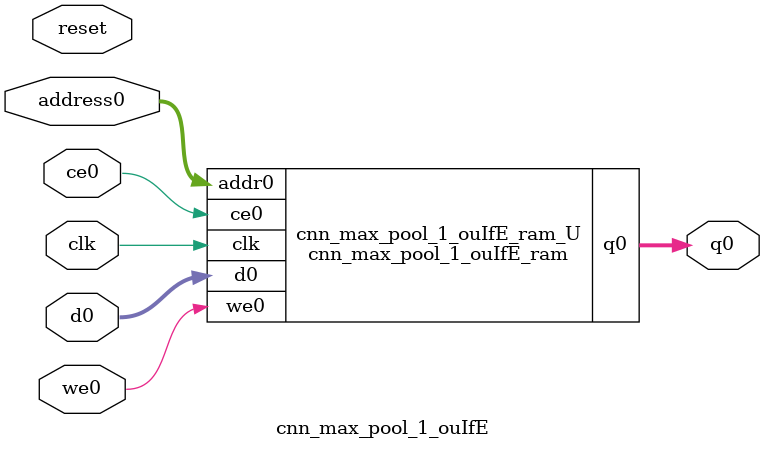
<source format=v>
`timescale 1 ns / 1 ps
module cnn_max_pool_1_ouIfE_ram (addr0, ce0, d0, we0, q0,  clk);

parameter DWIDTH = 14;
parameter AWIDTH = 10;
parameter MEM_SIZE = 1014;

input[AWIDTH-1:0] addr0;
input ce0;
input[DWIDTH-1:0] d0;
input we0;
output reg[DWIDTH-1:0] q0;
input clk;

(* ram_style = "block" *)reg [DWIDTH-1:0] ram[0:MEM_SIZE-1];




always @(posedge clk)  
begin 
    if (ce0) 
    begin
        if (we0) 
        begin 
            ram[addr0] <= d0; 
        end 
        q0 <= ram[addr0];
    end
end


endmodule

`timescale 1 ns / 1 ps
module cnn_max_pool_1_ouIfE(
    reset,
    clk,
    address0,
    ce0,
    we0,
    d0,
    q0);

parameter DataWidth = 32'd14;
parameter AddressRange = 32'd1014;
parameter AddressWidth = 32'd10;
input reset;
input clk;
input[AddressWidth - 1:0] address0;
input ce0;
input we0;
input[DataWidth - 1:0] d0;
output[DataWidth - 1:0] q0;



cnn_max_pool_1_ouIfE_ram cnn_max_pool_1_ouIfE_ram_U(
    .clk( clk ),
    .addr0( address0 ),
    .ce0( ce0 ),
    .we0( we0 ),
    .d0( d0 ),
    .q0( q0 ));

endmodule


</source>
